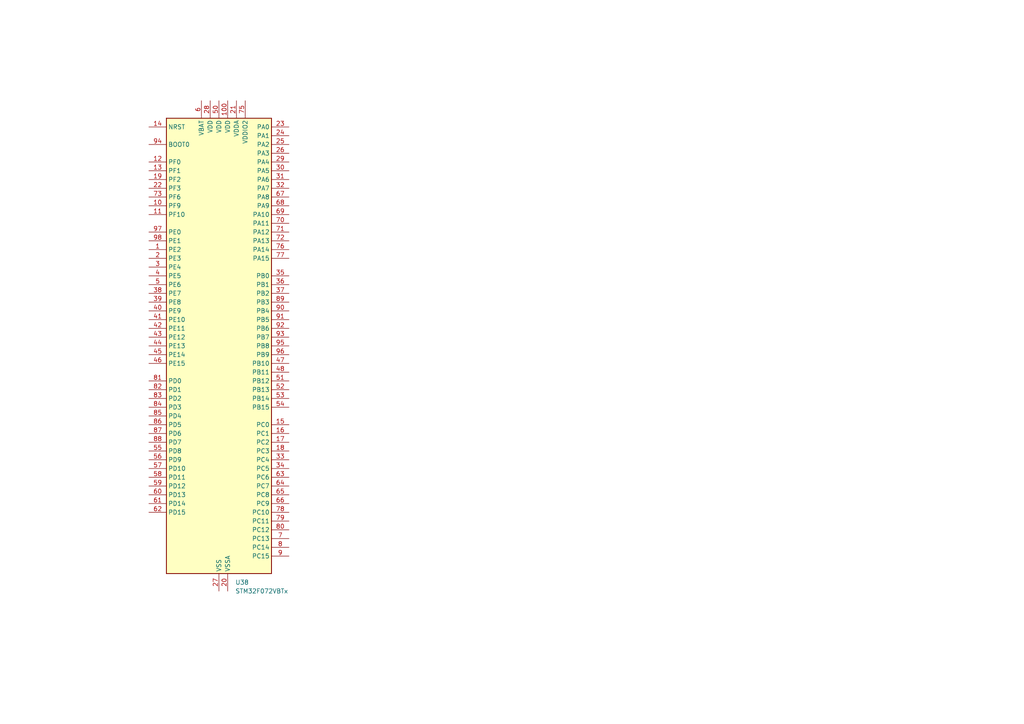
<source format=kicad_sch>
(kicad_sch (version 20230121) (generator eeschema)

  (uuid dc8ab762-97ee-4804-8a94-27369a18c7c5)

  (paper "A4")

  (title_block
    (date "2024-01-18")
    (rev "1")
    (company "Electronic Systems Laboratory")
  )

  (lib_symbols
    (symbol "MCU_ST_STM32F0:STM32F072VBTx" (in_bom yes) (on_board yes)
      (property "Reference" "U" (at -15.24 67.31 0)
        (effects (font (size 1.27 1.27)) (justify left))
      )
      (property "Value" "STM32F072VBTx" (at 10.16 67.31 0)
        (effects (font (size 1.27 1.27)) (justify left))
      )
      (property "Footprint" "Package_QFP:LQFP-100_14x14mm_P0.5mm" (at -15.24 -66.04 0)
        (effects (font (size 1.27 1.27)) (justify right) hide)
      )
      (property "Datasheet" "https://www.st.com/resource/en/datasheet/stm32f072vb.pdf" (at 0 0 0)
        (effects (font (size 1.27 1.27)) hide)
      )
      (property "ki_locked" "" (at 0 0 0)
        (effects (font (size 1.27 1.27)))
      )
      (property "ki_keywords" "Arm Cortex-M0 STM32F0 STM32F0x2" (at 0 0 0)
        (effects (font (size 1.27 1.27)) hide)
      )
      (property "ki_description" "STMicroelectronics Arm Cortex-M0 MCU, 128KB flash, 16KB RAM, 48 MHz, 2.0-3.6V, 87 GPIO, LQFP100" (at 0 0 0)
        (effects (font (size 1.27 1.27)) hide)
      )
      (property "ki_fp_filters" "LQFP*14x14mm*P0.5mm*" (at 0 0 0)
        (effects (font (size 1.27 1.27)) hide)
      )
      (symbol "STM32F072VBTx_0_1"
        (rectangle (start -15.24 -66.04) (end 15.24 66.04)
          (stroke (width 0.254) (type default))
          (fill (type background))
        )
      )
      (symbol "STM32F072VBTx_1_1"
        (pin bidirectional line (at -20.32 27.94 0) (length 5.08)
          (name "PE2" (effects (font (size 1.27 1.27))))
          (number "1" (effects (font (size 1.27 1.27))))
          (alternate "TIM3_ETR" bidirectional line)
          (alternate "TSC_G7_IO1" bidirectional line)
        )
        (pin bidirectional line (at -20.32 40.64 0) (length 5.08)
          (name "PF9" (effects (font (size 1.27 1.27))))
          (number "10" (effects (font (size 1.27 1.27))))
          (alternate "DAC_EXTI9" bidirectional line)
          (alternate "TIM15_CH1" bidirectional line)
        )
        (pin power_in line (at 2.54 71.12 270) (length 5.08)
          (name "VDD" (effects (font (size 1.27 1.27))))
          (number "100" (effects (font (size 1.27 1.27))))
        )
        (pin bidirectional line (at -20.32 38.1 0) (length 5.08)
          (name "PF10" (effects (font (size 1.27 1.27))))
          (number "11" (effects (font (size 1.27 1.27))))
          (alternate "TIM15_CH2" bidirectional line)
        )
        (pin bidirectional line (at -20.32 53.34 0) (length 5.08)
          (name "PF0" (effects (font (size 1.27 1.27))))
          (number "12" (effects (font (size 1.27 1.27))))
          (alternate "CRS_SYNC" bidirectional line)
          (alternate "RCC_OSC_IN" bidirectional line)
        )
        (pin bidirectional line (at -20.32 50.8 0) (length 5.08)
          (name "PF1" (effects (font (size 1.27 1.27))))
          (number "13" (effects (font (size 1.27 1.27))))
          (alternate "RCC_OSC_OUT" bidirectional line)
        )
        (pin input line (at -20.32 63.5 0) (length 5.08)
          (name "NRST" (effects (font (size 1.27 1.27))))
          (number "14" (effects (font (size 1.27 1.27))))
        )
        (pin bidirectional line (at 20.32 -22.86 180) (length 5.08)
          (name "PC0" (effects (font (size 1.27 1.27))))
          (number "15" (effects (font (size 1.27 1.27))))
          (alternate "ADC_IN10" bidirectional line)
        )
        (pin bidirectional line (at 20.32 -25.4 180) (length 5.08)
          (name "PC1" (effects (font (size 1.27 1.27))))
          (number "16" (effects (font (size 1.27 1.27))))
          (alternate "ADC_IN11" bidirectional line)
        )
        (pin bidirectional line (at 20.32 -27.94 180) (length 5.08)
          (name "PC2" (effects (font (size 1.27 1.27))))
          (number "17" (effects (font (size 1.27 1.27))))
          (alternate "ADC_IN12" bidirectional line)
          (alternate "I2S2_MCK" bidirectional line)
          (alternate "SPI2_MISO" bidirectional line)
        )
        (pin bidirectional line (at 20.32 -30.48 180) (length 5.08)
          (name "PC3" (effects (font (size 1.27 1.27))))
          (number "18" (effects (font (size 1.27 1.27))))
          (alternate "ADC_IN13" bidirectional line)
          (alternate "I2S2_SD" bidirectional line)
          (alternate "SPI2_MOSI" bidirectional line)
        )
        (pin bidirectional line (at -20.32 48.26 0) (length 5.08)
          (name "PF2" (effects (font (size 1.27 1.27))))
          (number "19" (effects (font (size 1.27 1.27))))
          (alternate "SYS_WKUP8" bidirectional line)
        )
        (pin bidirectional line (at -20.32 25.4 0) (length 5.08)
          (name "PE3" (effects (font (size 1.27 1.27))))
          (number "2" (effects (font (size 1.27 1.27))))
          (alternate "TIM3_CH1" bidirectional line)
          (alternate "TSC_G7_IO2" bidirectional line)
        )
        (pin power_in line (at 2.54 -71.12 90) (length 5.08)
          (name "VSSA" (effects (font (size 1.27 1.27))))
          (number "20" (effects (font (size 1.27 1.27))))
        )
        (pin power_in line (at 5.08 71.12 270) (length 5.08)
          (name "VDDA" (effects (font (size 1.27 1.27))))
          (number "21" (effects (font (size 1.27 1.27))))
        )
        (pin bidirectional line (at -20.32 45.72 0) (length 5.08)
          (name "PF3" (effects (font (size 1.27 1.27))))
          (number "22" (effects (font (size 1.27 1.27))))
        )
        (pin bidirectional line (at 20.32 63.5 180) (length 5.08)
          (name "PA0" (effects (font (size 1.27 1.27))))
          (number "23" (effects (font (size 1.27 1.27))))
          (alternate "ADC_IN0" bidirectional line)
          (alternate "COMP1_INM" bidirectional line)
          (alternate "COMP1_OUT" bidirectional line)
          (alternate "RTC_TAMP2" bidirectional line)
          (alternate "SYS_WKUP1" bidirectional line)
          (alternate "TIM2_CH1" bidirectional line)
          (alternate "TIM2_ETR" bidirectional line)
          (alternate "TSC_G1_IO1" bidirectional line)
          (alternate "USART2_CTS" bidirectional line)
          (alternate "USART4_TX" bidirectional line)
        )
        (pin bidirectional line (at 20.32 60.96 180) (length 5.08)
          (name "PA1" (effects (font (size 1.27 1.27))))
          (number "24" (effects (font (size 1.27 1.27))))
          (alternate "ADC_IN1" bidirectional line)
          (alternate "COMP1_INP" bidirectional line)
          (alternate "TIM15_CH1N" bidirectional line)
          (alternate "TIM2_CH2" bidirectional line)
          (alternate "TSC_G1_IO2" bidirectional line)
          (alternate "USART2_DE" bidirectional line)
          (alternate "USART2_RTS" bidirectional line)
          (alternate "USART4_RX" bidirectional line)
        )
        (pin bidirectional line (at 20.32 58.42 180) (length 5.08)
          (name "PA2" (effects (font (size 1.27 1.27))))
          (number "25" (effects (font (size 1.27 1.27))))
          (alternate "ADC_IN2" bidirectional line)
          (alternate "COMP2_INM" bidirectional line)
          (alternate "COMP2_OUT" bidirectional line)
          (alternate "SYS_WKUP4" bidirectional line)
          (alternate "TIM15_CH1" bidirectional line)
          (alternate "TIM2_CH3" bidirectional line)
          (alternate "TSC_G1_IO3" bidirectional line)
          (alternate "USART2_TX" bidirectional line)
        )
        (pin bidirectional line (at 20.32 55.88 180) (length 5.08)
          (name "PA3" (effects (font (size 1.27 1.27))))
          (number "26" (effects (font (size 1.27 1.27))))
          (alternate "ADC_IN3" bidirectional line)
          (alternate "COMP2_INP" bidirectional line)
          (alternate "TIM15_CH2" bidirectional line)
          (alternate "TIM2_CH4" bidirectional line)
          (alternate "TSC_G1_IO4" bidirectional line)
          (alternate "USART2_RX" bidirectional line)
        )
        (pin power_in line (at 0 -71.12 90) (length 5.08)
          (name "VSS" (effects (font (size 1.27 1.27))))
          (number "27" (effects (font (size 1.27 1.27))))
        )
        (pin power_in line (at -2.54 71.12 270) (length 5.08)
          (name "VDD" (effects (font (size 1.27 1.27))))
          (number "28" (effects (font (size 1.27 1.27))))
        )
        (pin bidirectional line (at 20.32 53.34 180) (length 5.08)
          (name "PA4" (effects (font (size 1.27 1.27))))
          (number "29" (effects (font (size 1.27 1.27))))
          (alternate "ADC_IN4" bidirectional line)
          (alternate "COMP1_INM" bidirectional line)
          (alternate "COMP2_INM" bidirectional line)
          (alternate "DAC_OUT1" bidirectional line)
          (alternate "I2S1_WS" bidirectional line)
          (alternate "SPI1_NSS" bidirectional line)
          (alternate "TIM14_CH1" bidirectional line)
          (alternate "TSC_G2_IO1" bidirectional line)
          (alternate "USART2_CK" bidirectional line)
        )
        (pin bidirectional line (at -20.32 22.86 0) (length 5.08)
          (name "PE4" (effects (font (size 1.27 1.27))))
          (number "3" (effects (font (size 1.27 1.27))))
          (alternate "TIM3_CH2" bidirectional line)
          (alternate "TSC_G7_IO3" bidirectional line)
        )
        (pin bidirectional line (at 20.32 50.8 180) (length 5.08)
          (name "PA5" (effects (font (size 1.27 1.27))))
          (number "30" (effects (font (size 1.27 1.27))))
          (alternate "ADC_IN5" bidirectional line)
          (alternate "CEC" bidirectional line)
          (alternate "COMP1_INM" bidirectional line)
          (alternate "COMP2_INM" bidirectional line)
          (alternate "DAC_OUT2" bidirectional line)
          (alternate "I2S1_CK" bidirectional line)
          (alternate "SPI1_SCK" bidirectional line)
          (alternate "TIM2_CH1" bidirectional line)
          (alternate "TIM2_ETR" bidirectional line)
          (alternate "TSC_G2_IO2" bidirectional line)
        )
        (pin bidirectional line (at 20.32 48.26 180) (length 5.08)
          (name "PA6" (effects (font (size 1.27 1.27))))
          (number "31" (effects (font (size 1.27 1.27))))
          (alternate "ADC_IN6" bidirectional line)
          (alternate "COMP1_OUT" bidirectional line)
          (alternate "I2S1_MCK" bidirectional line)
          (alternate "SPI1_MISO" bidirectional line)
          (alternate "TIM16_CH1" bidirectional line)
          (alternate "TIM1_BKIN" bidirectional line)
          (alternate "TIM3_CH1" bidirectional line)
          (alternate "TSC_G2_IO3" bidirectional line)
          (alternate "USART3_CTS" bidirectional line)
        )
        (pin bidirectional line (at 20.32 45.72 180) (length 5.08)
          (name "PA7" (effects (font (size 1.27 1.27))))
          (number "32" (effects (font (size 1.27 1.27))))
          (alternate "ADC_IN7" bidirectional line)
          (alternate "COMP2_OUT" bidirectional line)
          (alternate "I2S1_SD" bidirectional line)
          (alternate "SPI1_MOSI" bidirectional line)
          (alternate "TIM14_CH1" bidirectional line)
          (alternate "TIM17_CH1" bidirectional line)
          (alternate "TIM1_CH1N" bidirectional line)
          (alternate "TIM3_CH2" bidirectional line)
          (alternate "TSC_G2_IO4" bidirectional line)
        )
        (pin bidirectional line (at 20.32 -33.02 180) (length 5.08)
          (name "PC4" (effects (font (size 1.27 1.27))))
          (number "33" (effects (font (size 1.27 1.27))))
          (alternate "ADC_IN14" bidirectional line)
          (alternate "USART3_TX" bidirectional line)
        )
        (pin bidirectional line (at 20.32 -35.56 180) (length 5.08)
          (name "PC5" (effects (font (size 1.27 1.27))))
          (number "34" (effects (font (size 1.27 1.27))))
          (alternate "ADC_IN15" bidirectional line)
          (alternate "SYS_WKUP5" bidirectional line)
          (alternate "TSC_G3_IO1" bidirectional line)
          (alternate "USART3_RX" bidirectional line)
        )
        (pin bidirectional line (at 20.32 20.32 180) (length 5.08)
          (name "PB0" (effects (font (size 1.27 1.27))))
          (number "35" (effects (font (size 1.27 1.27))))
          (alternate "ADC_IN8" bidirectional line)
          (alternate "TIM1_CH2N" bidirectional line)
          (alternate "TIM3_CH3" bidirectional line)
          (alternate "TSC_G3_IO2" bidirectional line)
          (alternate "USART3_CK" bidirectional line)
        )
        (pin bidirectional line (at 20.32 17.78 180) (length 5.08)
          (name "PB1" (effects (font (size 1.27 1.27))))
          (number "36" (effects (font (size 1.27 1.27))))
          (alternate "ADC_IN9" bidirectional line)
          (alternate "TIM14_CH1" bidirectional line)
          (alternate "TIM1_CH3N" bidirectional line)
          (alternate "TIM3_CH4" bidirectional line)
          (alternate "TSC_G3_IO3" bidirectional line)
          (alternate "USART3_DE" bidirectional line)
          (alternate "USART3_RTS" bidirectional line)
        )
        (pin bidirectional line (at 20.32 15.24 180) (length 5.08)
          (name "PB2" (effects (font (size 1.27 1.27))))
          (number "37" (effects (font (size 1.27 1.27))))
          (alternate "TSC_G3_IO4" bidirectional line)
        )
        (pin bidirectional line (at -20.32 15.24 0) (length 5.08)
          (name "PE7" (effects (font (size 1.27 1.27))))
          (number "38" (effects (font (size 1.27 1.27))))
          (alternate "TIM1_ETR" bidirectional line)
        )
        (pin bidirectional line (at -20.32 12.7 0) (length 5.08)
          (name "PE8" (effects (font (size 1.27 1.27))))
          (number "39" (effects (font (size 1.27 1.27))))
          (alternate "TIM1_CH1N" bidirectional line)
        )
        (pin bidirectional line (at -20.32 20.32 0) (length 5.08)
          (name "PE5" (effects (font (size 1.27 1.27))))
          (number "4" (effects (font (size 1.27 1.27))))
          (alternate "TIM3_CH3" bidirectional line)
          (alternate "TSC_G7_IO4" bidirectional line)
        )
        (pin bidirectional line (at -20.32 10.16 0) (length 5.08)
          (name "PE9" (effects (font (size 1.27 1.27))))
          (number "40" (effects (font (size 1.27 1.27))))
          (alternate "DAC_EXTI9" bidirectional line)
          (alternate "TIM1_CH1" bidirectional line)
        )
        (pin bidirectional line (at -20.32 7.62 0) (length 5.08)
          (name "PE10" (effects (font (size 1.27 1.27))))
          (number "41" (effects (font (size 1.27 1.27))))
          (alternate "TIM1_CH2N" bidirectional line)
        )
        (pin bidirectional line (at -20.32 5.08 0) (length 5.08)
          (name "PE11" (effects (font (size 1.27 1.27))))
          (number "42" (effects (font (size 1.27 1.27))))
          (alternate "TIM1_CH2" bidirectional line)
        )
        (pin bidirectional line (at -20.32 2.54 0) (length 5.08)
          (name "PE12" (effects (font (size 1.27 1.27))))
          (number "43" (effects (font (size 1.27 1.27))))
          (alternate "I2S1_WS" bidirectional line)
          (alternate "SPI1_NSS" bidirectional line)
          (alternate "TIM1_CH3N" bidirectional line)
        )
        (pin bidirectional line (at -20.32 0 0) (length 5.08)
          (name "PE13" (effects (font (size 1.27 1.27))))
          (number "44" (effects (font (size 1.27 1.27))))
          (alternate "I2S1_CK" bidirectional line)
          (alternate "SPI1_SCK" bidirectional line)
          (alternate "TIM1_CH3" bidirectional line)
        )
        (pin bidirectional line (at -20.32 -2.54 0) (length 5.08)
          (name "PE14" (effects (font (size 1.27 1.27))))
          (number "45" (effects (font (size 1.27 1.27))))
          (alternate "I2S1_MCK" bidirectional line)
          (alternate "SPI1_MISO" bidirectional line)
          (alternate "TIM1_CH4" bidirectional line)
        )
        (pin bidirectional line (at -20.32 -5.08 0) (length 5.08)
          (name "PE15" (effects (font (size 1.27 1.27))))
          (number "46" (effects (font (size 1.27 1.27))))
          (alternate "I2S1_SD" bidirectional line)
          (alternate "SPI1_MOSI" bidirectional line)
          (alternate "TIM1_BKIN" bidirectional line)
        )
        (pin bidirectional line (at 20.32 -5.08 180) (length 5.08)
          (name "PB10" (effects (font (size 1.27 1.27))))
          (number "47" (effects (font (size 1.27 1.27))))
          (alternate "CEC" bidirectional line)
          (alternate "I2C2_SCL" bidirectional line)
          (alternate "I2S2_CK" bidirectional line)
          (alternate "SPI2_SCK" bidirectional line)
          (alternate "TIM2_CH3" bidirectional line)
          (alternate "TSC_SYNC" bidirectional line)
          (alternate "USART3_TX" bidirectional line)
        )
        (pin bidirectional line (at 20.32 -7.62 180) (length 5.08)
          (name "PB11" (effects (font (size 1.27 1.27))))
          (number "48" (effects (font (size 1.27 1.27))))
          (alternate "I2C2_SDA" bidirectional line)
          (alternate "TIM2_CH4" bidirectional line)
          (alternate "TSC_G6_IO1" bidirectional line)
          (alternate "USART3_RX" bidirectional line)
        )
        (pin passive line (at 0 -71.12 90) (length 5.08) hide
          (name "VSS" (effects (font (size 1.27 1.27))))
          (number "49" (effects (font (size 1.27 1.27))))
        )
        (pin bidirectional line (at -20.32 17.78 0) (length 5.08)
          (name "PE6" (effects (font (size 1.27 1.27))))
          (number "5" (effects (font (size 1.27 1.27))))
          (alternate "RTC_TAMP3" bidirectional line)
          (alternate "SYS_WKUP3" bidirectional line)
          (alternate "TIM3_CH4" bidirectional line)
        )
        (pin power_in line (at 0 71.12 270) (length 5.08)
          (name "VDD" (effects (font (size 1.27 1.27))))
          (number "50" (effects (font (size 1.27 1.27))))
        )
        (pin bidirectional line (at 20.32 -10.16 180) (length 5.08)
          (name "PB12" (effects (font (size 1.27 1.27))))
          (number "51" (effects (font (size 1.27 1.27))))
          (alternate "I2S2_WS" bidirectional line)
          (alternate "SPI2_NSS" bidirectional line)
          (alternate "TIM15_BKIN" bidirectional line)
          (alternate "TIM1_BKIN" bidirectional line)
          (alternate "TSC_G6_IO2" bidirectional line)
          (alternate "USART3_CK" bidirectional line)
        )
        (pin bidirectional line (at 20.32 -12.7 180) (length 5.08)
          (name "PB13" (effects (font (size 1.27 1.27))))
          (number "52" (effects (font (size 1.27 1.27))))
          (alternate "I2C2_SCL" bidirectional line)
          (alternate "I2S2_CK" bidirectional line)
          (alternate "SPI2_SCK" bidirectional line)
          (alternate "TIM1_CH1N" bidirectional line)
          (alternate "TSC_G6_IO3" bidirectional line)
          (alternate "USART3_CTS" bidirectional line)
        )
        (pin bidirectional line (at 20.32 -15.24 180) (length 5.08)
          (name "PB14" (effects (font (size 1.27 1.27))))
          (number "53" (effects (font (size 1.27 1.27))))
          (alternate "I2C2_SDA" bidirectional line)
          (alternate "I2S2_MCK" bidirectional line)
          (alternate "SPI2_MISO" bidirectional line)
          (alternate "TIM15_CH1" bidirectional line)
          (alternate "TIM1_CH2N" bidirectional line)
          (alternate "TSC_G6_IO4" bidirectional line)
          (alternate "USART3_DE" bidirectional line)
          (alternate "USART3_RTS" bidirectional line)
        )
        (pin bidirectional line (at 20.32 -17.78 180) (length 5.08)
          (name "PB15" (effects (font (size 1.27 1.27))))
          (number "54" (effects (font (size 1.27 1.27))))
          (alternate "I2S2_SD" bidirectional line)
          (alternate "RTC_REFIN" bidirectional line)
          (alternate "SPI2_MOSI" bidirectional line)
          (alternate "SYS_WKUP7" bidirectional line)
          (alternate "TIM15_CH1N" bidirectional line)
          (alternate "TIM15_CH2" bidirectional line)
          (alternate "TIM1_CH3N" bidirectional line)
        )
        (pin bidirectional line (at -20.32 -30.48 0) (length 5.08)
          (name "PD8" (effects (font (size 1.27 1.27))))
          (number "55" (effects (font (size 1.27 1.27))))
          (alternate "USART3_TX" bidirectional line)
        )
        (pin bidirectional line (at -20.32 -33.02 0) (length 5.08)
          (name "PD9" (effects (font (size 1.27 1.27))))
          (number "56" (effects (font (size 1.27 1.27))))
          (alternate "DAC_EXTI9" bidirectional line)
          (alternate "USART3_RX" bidirectional line)
        )
        (pin bidirectional line (at -20.32 -35.56 0) (length 5.08)
          (name "PD10" (effects (font (size 1.27 1.27))))
          (number "57" (effects (font (size 1.27 1.27))))
          (alternate "USART3_CK" bidirectional line)
        )
        (pin bidirectional line (at -20.32 -38.1 0) (length 5.08)
          (name "PD11" (effects (font (size 1.27 1.27))))
          (number "58" (effects (font (size 1.27 1.27))))
          (alternate "USART3_CTS" bidirectional line)
        )
        (pin bidirectional line (at -20.32 -40.64 0) (length 5.08)
          (name "PD12" (effects (font (size 1.27 1.27))))
          (number "59" (effects (font (size 1.27 1.27))))
          (alternate "TSC_G8_IO1" bidirectional line)
          (alternate "USART3_DE" bidirectional line)
          (alternate "USART3_RTS" bidirectional line)
        )
        (pin power_in line (at -5.08 71.12 270) (length 5.08)
          (name "VBAT" (effects (font (size 1.27 1.27))))
          (number "6" (effects (font (size 1.27 1.27))))
        )
        (pin bidirectional line (at -20.32 -43.18 0) (length 5.08)
          (name "PD13" (effects (font (size 1.27 1.27))))
          (number "60" (effects (font (size 1.27 1.27))))
          (alternate "TSC_G8_IO2" bidirectional line)
        )
        (pin bidirectional line (at -20.32 -45.72 0) (length 5.08)
          (name "PD14" (effects (font (size 1.27 1.27))))
          (number "61" (effects (font (size 1.27 1.27))))
          (alternate "TSC_G8_IO3" bidirectional line)
        )
        (pin bidirectional line (at -20.32 -48.26 0) (length 5.08)
          (name "PD15" (effects (font (size 1.27 1.27))))
          (number "62" (effects (font (size 1.27 1.27))))
          (alternate "CRS_SYNC" bidirectional line)
          (alternate "TSC_G8_IO4" bidirectional line)
        )
        (pin bidirectional line (at 20.32 -38.1 180) (length 5.08)
          (name "PC6" (effects (font (size 1.27 1.27))))
          (number "63" (effects (font (size 1.27 1.27))))
          (alternate "TIM3_CH1" bidirectional line)
        )
        (pin bidirectional line (at 20.32 -40.64 180) (length 5.08)
          (name "PC7" (effects (font (size 1.27 1.27))))
          (number "64" (effects (font (size 1.27 1.27))))
          (alternate "TIM3_CH2" bidirectional line)
        )
        (pin bidirectional line (at 20.32 -43.18 180) (length 5.08)
          (name "PC8" (effects (font (size 1.27 1.27))))
          (number "65" (effects (font (size 1.27 1.27))))
          (alternate "TIM3_CH3" bidirectional line)
        )
        (pin bidirectional line (at 20.32 -45.72 180) (length 5.08)
          (name "PC9" (effects (font (size 1.27 1.27))))
          (number "66" (effects (font (size 1.27 1.27))))
          (alternate "DAC_EXTI9" bidirectional line)
          (alternate "TIM3_CH4" bidirectional line)
        )
        (pin bidirectional line (at 20.32 43.18 180) (length 5.08)
          (name "PA8" (effects (font (size 1.27 1.27))))
          (number "67" (effects (font (size 1.27 1.27))))
          (alternate "CRS_SYNC" bidirectional line)
          (alternate "RCC_MCO" bidirectional line)
          (alternate "TIM1_CH1" bidirectional line)
          (alternate "USART1_CK" bidirectional line)
        )
        (pin bidirectional line (at 20.32 40.64 180) (length 5.08)
          (name "PA9" (effects (font (size 1.27 1.27))))
          (number "68" (effects (font (size 1.27 1.27))))
          (alternate "DAC_EXTI9" bidirectional line)
          (alternate "TIM15_BKIN" bidirectional line)
          (alternate "TIM1_CH2" bidirectional line)
          (alternate "TSC_G4_IO1" bidirectional line)
          (alternate "USART1_TX" bidirectional line)
        )
        (pin bidirectional line (at 20.32 38.1 180) (length 5.08)
          (name "PA10" (effects (font (size 1.27 1.27))))
          (number "69" (effects (font (size 1.27 1.27))))
          (alternate "TIM17_BKIN" bidirectional line)
          (alternate "TIM1_CH3" bidirectional line)
          (alternate "TSC_G4_IO2" bidirectional line)
          (alternate "USART1_RX" bidirectional line)
        )
        (pin bidirectional line (at 20.32 -55.88 180) (length 5.08)
          (name "PC13" (effects (font (size 1.27 1.27))))
          (number "7" (effects (font (size 1.27 1.27))))
          (alternate "RTC_OUT_ALARM" bidirectional line)
          (alternate "RTC_OUT_CALIB" bidirectional line)
          (alternate "RTC_TAMP1" bidirectional line)
          (alternate "RTC_TS" bidirectional line)
          (alternate "SYS_WKUP2" bidirectional line)
        )
        (pin bidirectional line (at 20.32 35.56 180) (length 5.08)
          (name "PA11" (effects (font (size 1.27 1.27))))
          (number "70" (effects (font (size 1.27 1.27))))
          (alternate "CAN_RX" bidirectional line)
          (alternate "COMP1_OUT" bidirectional line)
          (alternate "TIM1_CH4" bidirectional line)
          (alternate "TSC_G4_IO3" bidirectional line)
          (alternate "USART1_CTS" bidirectional line)
          (alternate "USB_DM" bidirectional line)
        )
        (pin bidirectional line (at 20.32 33.02 180) (length 5.08)
          (name "PA12" (effects (font (size 1.27 1.27))))
          (number "71" (effects (font (size 1.27 1.27))))
          (alternate "CAN_TX" bidirectional line)
          (alternate "COMP2_OUT" bidirectional line)
          (alternate "TIM1_ETR" bidirectional line)
          (alternate "TSC_G4_IO4" bidirectional line)
          (alternate "USART1_DE" bidirectional line)
          (alternate "USART1_RTS" bidirectional line)
          (alternate "USB_DP" bidirectional line)
        )
        (pin bidirectional line (at 20.32 30.48 180) (length 5.08)
          (name "PA13" (effects (font (size 1.27 1.27))))
          (number "72" (effects (font (size 1.27 1.27))))
          (alternate "IR_OUT" bidirectional line)
          (alternate "SYS_SWDIO" bidirectional line)
          (alternate "USB_NOE" bidirectional line)
        )
        (pin bidirectional line (at -20.32 43.18 0) (length 5.08)
          (name "PF6" (effects (font (size 1.27 1.27))))
          (number "73" (effects (font (size 1.27 1.27))))
        )
        (pin passive line (at 0 -71.12 90) (length 5.08) hide
          (name "VSS" (effects (font (size 1.27 1.27))))
          (number "74" (effects (font (size 1.27 1.27))))
        )
        (pin power_in line (at 7.62 71.12 270) (length 5.08)
          (name "VDDIO2" (effects (font (size 1.27 1.27))))
          (number "75" (effects (font (size 1.27 1.27))))
        )
        (pin bidirectional line (at 20.32 27.94 180) (length 5.08)
          (name "PA14" (effects (font (size 1.27 1.27))))
          (number "76" (effects (font (size 1.27 1.27))))
          (alternate "SYS_SWCLK" bidirectional line)
          (alternate "USART2_TX" bidirectional line)
        )
        (pin bidirectional line (at 20.32 25.4 180) (length 5.08)
          (name "PA15" (effects (font (size 1.27 1.27))))
          (number "77" (effects (font (size 1.27 1.27))))
          (alternate "I2S1_WS" bidirectional line)
          (alternate "SPI1_NSS" bidirectional line)
          (alternate "TIM2_CH1" bidirectional line)
          (alternate "TIM2_ETR" bidirectional line)
          (alternate "USART2_RX" bidirectional line)
          (alternate "USART4_DE" bidirectional line)
          (alternate "USART4_RTS" bidirectional line)
        )
        (pin bidirectional line (at 20.32 -48.26 180) (length 5.08)
          (name "PC10" (effects (font (size 1.27 1.27))))
          (number "78" (effects (font (size 1.27 1.27))))
          (alternate "USART3_TX" bidirectional line)
          (alternate "USART4_TX" bidirectional line)
        )
        (pin bidirectional line (at 20.32 -50.8 180) (length 5.08)
          (name "PC11" (effects (font (size 1.27 1.27))))
          (number "79" (effects (font (size 1.27 1.27))))
          (alternate "USART3_RX" bidirectional line)
          (alternate "USART4_RX" bidirectional line)
        )
        (pin bidirectional line (at 20.32 -58.42 180) (length 5.08)
          (name "PC14" (effects (font (size 1.27 1.27))))
          (number "8" (effects (font (size 1.27 1.27))))
          (alternate "RCC_OSC32_IN" bidirectional line)
        )
        (pin bidirectional line (at 20.32 -53.34 180) (length 5.08)
          (name "PC12" (effects (font (size 1.27 1.27))))
          (number "80" (effects (font (size 1.27 1.27))))
          (alternate "USART3_CK" bidirectional line)
          (alternate "USART4_CK" bidirectional line)
        )
        (pin bidirectional line (at -20.32 -10.16 0) (length 5.08)
          (name "PD0" (effects (font (size 1.27 1.27))))
          (number "81" (effects (font (size 1.27 1.27))))
          (alternate "CAN_RX" bidirectional line)
          (alternate "I2S2_WS" bidirectional line)
          (alternate "SPI2_NSS" bidirectional line)
        )
        (pin bidirectional line (at -20.32 -12.7 0) (length 5.08)
          (name "PD1" (effects (font (size 1.27 1.27))))
          (number "82" (effects (font (size 1.27 1.27))))
          (alternate "CAN_TX" bidirectional line)
          (alternate "I2S2_CK" bidirectional line)
          (alternate "SPI2_SCK" bidirectional line)
        )
        (pin bidirectional line (at -20.32 -15.24 0) (length 5.08)
          (name "PD2" (effects (font (size 1.27 1.27))))
          (number "83" (effects (font (size 1.27 1.27))))
          (alternate "TIM3_ETR" bidirectional line)
          (alternate "USART3_DE" bidirectional line)
          (alternate "USART3_RTS" bidirectional line)
        )
        (pin bidirectional line (at -20.32 -17.78 0) (length 5.08)
          (name "PD3" (effects (font (size 1.27 1.27))))
          (number "84" (effects (font (size 1.27 1.27))))
          (alternate "I2S2_MCK" bidirectional line)
          (alternate "SPI2_MISO" bidirectional line)
          (alternate "USART2_CTS" bidirectional line)
        )
        (pin bidirectional line (at -20.32 -20.32 0) (length 5.08)
          (name "PD4" (effects (font (size 1.27 1.27))))
          (number "85" (effects (font (size 1.27 1.27))))
          (alternate "I2S2_SD" bidirectional line)
          (alternate "SPI2_MOSI" bidirectional line)
          (alternate "USART2_DE" bidirectional line)
          (alternate "USART2_RTS" bidirectional line)
        )
        (pin bidirectional line (at -20.32 -22.86 0) (length 5.08)
          (name "PD5" (effects (font (size 1.27 1.27))))
          (number "86" (effects (font (size 1.27 1.27))))
          (alternate "USART2_TX" bidirectional line)
        )
        (pin bidirectional line (at -20.32 -25.4 0) (length 5.08)
          (name "PD6" (effects (font (size 1.27 1.27))))
          (number "87" (effects (font (size 1.27 1.27))))
          (alternate "USART2_RX" bidirectional line)
        )
        (pin bidirectional line (at -20.32 -27.94 0) (length 5.08)
          (name "PD7" (effects (font (size 1.27 1.27))))
          (number "88" (effects (font (size 1.27 1.27))))
          (alternate "USART2_CK" bidirectional line)
        )
        (pin bidirectional line (at 20.32 12.7 180) (length 5.08)
          (name "PB3" (effects (font (size 1.27 1.27))))
          (number "89" (effects (font (size 1.27 1.27))))
          (alternate "I2S1_CK" bidirectional line)
          (alternate "SPI1_SCK" bidirectional line)
          (alternate "TIM2_CH2" bidirectional line)
          (alternate "TSC_G5_IO1" bidirectional line)
        )
        (pin bidirectional line (at 20.32 -60.96 180) (length 5.08)
          (name "PC15" (effects (font (size 1.27 1.27))))
          (number "9" (effects (font (size 1.27 1.27))))
          (alternate "RCC_OSC32_OUT" bidirectional line)
        )
        (pin bidirectional line (at 20.32 10.16 180) (length 5.08)
          (name "PB4" (effects (font (size 1.27 1.27))))
          (number "90" (effects (font (size 1.27 1.27))))
          (alternate "I2S1_MCK" bidirectional line)
          (alternate "SPI1_MISO" bidirectional line)
          (alternate "TIM17_BKIN" bidirectional line)
          (alternate "TIM3_CH1" bidirectional line)
          (alternate "TSC_G5_IO2" bidirectional line)
        )
        (pin bidirectional line (at 20.32 7.62 180) (length 5.08)
          (name "PB5" (effects (font (size 1.27 1.27))))
          (number "91" (effects (font (size 1.27 1.27))))
          (alternate "I2C1_SMBA" bidirectional line)
          (alternate "I2S1_SD" bidirectional line)
          (alternate "SPI1_MOSI" bidirectional line)
          (alternate "SYS_WKUP6" bidirectional line)
          (alternate "TIM16_BKIN" bidirectional line)
          (alternate "TIM3_CH2" bidirectional line)
        )
        (pin bidirectional line (at 20.32 5.08 180) (length 5.08)
          (name "PB6" (effects (font (size 1.27 1.27))))
          (number "92" (effects (font (size 1.27 1.27))))
          (alternate "I2C1_SCL" bidirectional line)
          (alternate "TIM16_CH1N" bidirectional line)
          (alternate "TSC_G5_IO3" bidirectional line)
          (alternate "USART1_TX" bidirectional line)
        )
        (pin bidirectional line (at 20.32 2.54 180) (length 5.08)
          (name "PB7" (effects (font (size 1.27 1.27))))
          (number "93" (effects (font (size 1.27 1.27))))
          (alternate "I2C1_SDA" bidirectional line)
          (alternate "TIM17_CH1N" bidirectional line)
          (alternate "TSC_G5_IO4" bidirectional line)
          (alternate "USART1_RX" bidirectional line)
          (alternate "USART4_CTS" bidirectional line)
        )
        (pin input line (at -20.32 58.42 0) (length 5.08)
          (name "BOOT0" (effects (font (size 1.27 1.27))))
          (number "94" (effects (font (size 1.27 1.27))))
        )
        (pin bidirectional line (at 20.32 0 180) (length 5.08)
          (name "PB8" (effects (font (size 1.27 1.27))))
          (number "95" (effects (font (size 1.27 1.27))))
          (alternate "CAN_RX" bidirectional line)
          (alternate "CEC" bidirectional line)
          (alternate "I2C1_SCL" bidirectional line)
          (alternate "TIM16_CH1" bidirectional line)
          (alternate "TSC_SYNC" bidirectional line)
        )
        (pin bidirectional line (at 20.32 -2.54 180) (length 5.08)
          (name "PB9" (effects (font (size 1.27 1.27))))
          (number "96" (effects (font (size 1.27 1.27))))
          (alternate "CAN_TX" bidirectional line)
          (alternate "DAC_EXTI9" bidirectional line)
          (alternate "I2C1_SDA" bidirectional line)
          (alternate "I2S2_WS" bidirectional line)
          (alternate "IR_OUT" bidirectional line)
          (alternate "SPI2_NSS" bidirectional line)
          (alternate "TIM17_CH1" bidirectional line)
        )
        (pin bidirectional line (at -20.32 33.02 0) (length 5.08)
          (name "PE0" (effects (font (size 1.27 1.27))))
          (number "97" (effects (font (size 1.27 1.27))))
          (alternate "TIM16_CH1" bidirectional line)
        )
        (pin bidirectional line (at -20.32 30.48 0) (length 5.08)
          (name "PE1" (effects (font (size 1.27 1.27))))
          (number "98" (effects (font (size 1.27 1.27))))
          (alternate "TIM17_CH1" bidirectional line)
        )
        (pin passive line (at 0 -71.12 90) (length 5.08) hide
          (name "VSS" (effects (font (size 1.27 1.27))))
          (number "99" (effects (font (size 1.27 1.27))))
        )
      )
    )
  )


  (symbol (lib_id "MCU_ST_STM32F0:STM32F072VBTx") (at 63.5 100.33 0) (unit 1)
    (in_bom yes) (on_board yes) (dnp no) (fields_autoplaced)
    (uuid 5af9f9fc-fcc2-49fc-8426-39796ff0e9d2)
    (property "Reference" "U38" (at 68.2341 168.91 0)
      (effects (font (size 1.27 1.27)) (justify left))
    )
    (property "Value" "STM32F072VBTx" (at 68.2341 171.45 0)
      (effects (font (size 1.27 1.27)) (justify left))
    )
    (property "Footprint" "Package_QFP:LQFP-100_14x14mm_P0.5mm" (at 48.26 166.37 0)
      (effects (font (size 1.27 1.27)) (justify right) hide)
    )
    (property "Datasheet" "https://www.st.com/resource/en/datasheet/stm32f072vb.pdf" (at 63.5 100.33 0)
      (effects (font (size 1.27 1.27)) hide)
    )
    (pin "1" (uuid 2d31b028-b1d3-45b7-8aeb-4ef713825d92))
    (pin "10" (uuid 59be1672-97a9-4578-8002-4edebe5cb995))
    (pin "100" (uuid 845397bb-4eee-486b-a418-cef9d09d377c))
    (pin "11" (uuid 846b57e9-2092-4b26-889d-f4be02ffd68d))
    (pin "12" (uuid 6e313ddb-8d2b-48a3-ab93-fff7167de054))
    (pin "13" (uuid f9b883ca-bc3b-4bce-8786-70d21df7e927))
    (pin "14" (uuid 5a15347c-17e4-4134-9414-a4fc80da1700))
    (pin "15" (uuid 6439b666-1b0c-4274-ab5d-eb13d3fb23dc))
    (pin "16" (uuid 0ec954cb-16dc-4fc7-8cc6-b20448bcc739))
    (pin "17" (uuid eb626f3c-6d60-43e8-9d24-e163e3f12b55))
    (pin "18" (uuid be14a6ce-0f46-4011-9a2c-7b90186581bd))
    (pin "19" (uuid 41701038-71a6-4106-9237-8b28e31e5bbb))
    (pin "2" (uuid 6b0b5ae5-f775-470d-bd50-35e696d20948))
    (pin "20" (uuid b954322f-efcb-4392-b514-7a9e490a0e51))
    (pin "21" (uuid a74d3ae5-c863-4a7b-b2c3-0f05e02bba35))
    (pin "22" (uuid ceaae57e-fffb-42df-ba1c-7cc4f55300cb))
    (pin "23" (uuid d9e32d6b-d06d-4ee0-8bbc-40a30f28cc41))
    (pin "24" (uuid 1fae1f4c-67ef-44b9-9f99-cf8c03835421))
    (pin "25" (uuid 2cedf676-67dc-49ef-a1fb-52812852c4e9))
    (pin "26" (uuid 38b64ee8-37ba-4c9a-b843-f94119b6b9c0))
    (pin "27" (uuid b7ba5ae8-4b2a-460d-aec3-8dc0a6f1d1a8))
    (pin "28" (uuid a7cc77ed-5fe6-45cd-8758-ffa976576eb0))
    (pin "29" (uuid 9bcfdf25-4121-48eb-a044-749732d59e13))
    (pin "3" (uuid 087a4dd8-1abb-4528-a6ee-42b2c2b960de))
    (pin "30" (uuid fd8f8052-f6f9-4213-9807-145918e00ba1))
    (pin "31" (uuid 1e904bef-f196-4fd7-822e-63b1b0c327df))
    (pin "32" (uuid b979d8e7-e767-4c68-987c-b02fb2cf0118))
    (pin "33" (uuid 38a25514-2ed6-4b3f-9a21-b26dbe7cd09f))
    (pin "34" (uuid 18ae4270-6ebd-472e-a4ef-06489164a27f))
    (pin "35" (uuid cbb16505-ec12-438f-a2c2-d4a53334b4ef))
    (pin "36" (uuid f5b54c4f-ea16-4c12-a4fb-81401ca799bc))
    (pin "37" (uuid 890402eb-3dba-47eb-ae3e-ba36642f049b))
    (pin "38" (uuid acad7f8a-6e63-4e80-bdc9-584a388fc163))
    (pin "39" (uuid ab08a788-797b-4892-ab29-be7fa3c83adc))
    (pin "4" (uuid 7fec3c24-da30-42ac-ab57-cb516ecc16c7))
    (pin "40" (uuid cadb7cd0-a419-4967-bee0-108350c8f53c))
    (pin "41" (uuid c070a972-d17c-4e61-bbaf-102a95d5610b))
    (pin "42" (uuid f852f204-9e31-41d9-9220-1ad1700946ba))
    (pin "43" (uuid 1cb9395c-e69c-400d-b141-df6a0c09b0af))
    (pin "44" (uuid 6aaf231f-9fc0-4101-b38a-a5f746066132))
    (pin "45" (uuid effd48ed-bc8b-4526-9343-2838640739cc))
    (pin "46" (uuid 952d4249-cb56-48a7-a03d-f366562e7469))
    (pin "47" (uuid d2a2336b-5ea6-4076-8969-43b09908e98f))
    (pin "48" (uuid 9055e004-57a5-4b8a-8523-d3b2125072d6))
    (pin "49" (uuid 90f6b6cb-6a1e-4623-9472-40a4c2e39b3e))
    (pin "5" (uuid a3ca7af4-8d64-4ace-b929-978d8acd2282))
    (pin "50" (uuid 1f0e8145-b2a1-4317-bff3-c3bb2ae058ba))
    (pin "51" (uuid db318d73-0629-4739-8c94-d1f396aae358))
    (pin "52" (uuid a4c9180b-2329-46b5-ba10-0b2a68c1d35e))
    (pin "53" (uuid 8bae63b3-3aa6-4aa7-9401-766fa672b936))
    (pin "54" (uuid a0a57e42-5c8e-4ea6-9ae1-aec88fea778d))
    (pin "55" (uuid 700579b0-6b28-4953-8647-b21464dc20df))
    (pin "56" (uuid 9587322e-583d-4eba-9324-f99857be5bc4))
    (pin "57" (uuid 492f5374-33b3-4abe-bf10-1d00f8715270))
    (pin "58" (uuid 45bb055f-091f-400e-922e-801ddd563ee7))
    (pin "59" (uuid e9678fa5-bbce-46fe-8756-234215f895c3))
    (pin "6" (uuid ddbcfc94-cf84-4021-bcd0-ee75fcaf0b23))
    (pin "60" (uuid cbc6f245-7d0e-4d93-bd59-ac59bd61b623))
    (pin "61" (uuid 16c932e0-17a7-4f0d-a8f9-f468aa8623c1))
    (pin "62" (uuid 2b32196e-4c5a-4c20-8300-3cb41e8e5fd7))
    (pin "63" (uuid a2343b8c-00a2-471b-a2ba-1bb6f91b9120))
    (pin "64" (uuid ee051a0e-b229-4a7c-985d-b26a450da834))
    (pin "65" (uuid fa3f5f69-3484-4965-aac3-0425ab928047))
    (pin "66" (uuid 2a6cf242-c3a7-494a-8702-a030cc08366d))
    (pin "67" (uuid 27f3f0f8-2f1c-42d8-9742-3b3196e9b022))
    (pin "68" (uuid 81034e9d-cd06-43a4-a222-6226aec41a6e))
    (pin "69" (uuid a6b77292-5ee8-487e-9441-b73fa450667a))
    (pin "7" (uuid c98a190e-9a03-4258-af8d-cd75a7d9848a))
    (pin "70" (uuid 5982d4b9-d771-4c27-bfe9-4a1958aa0b7f))
    (pin "71" (uuid 12353f63-44c2-4418-8794-b49813480d69))
    (pin "72" (uuid 3c77f518-cd67-4720-9e06-29150830f59b))
    (pin "73" (uuid 19779718-e0fb-4e51-b694-e8b30c88bac4))
    (pin "74" (uuid 8edae022-ec61-4bd7-a805-55c2400a24a3))
    (pin "75" (uuid c1836bc1-6eeb-4c67-b7f3-443a4c28a810))
    (pin "76" (uuid 0a84d4a7-fb22-440c-94d3-9a7b4401f6e2))
    (pin "77" (uuid 423ea7a9-ba33-4f36-beba-67c974c337d2))
    (pin "78" (uuid 5e52f7e5-8b66-4713-aa7d-2be8acd3f631))
    (pin "79" (uuid 4ad31a40-9927-4e5c-9a46-dee480e97070))
    (pin "8" (uuid 8d94f3d9-0091-46e8-8033-dd96e8158e4a))
    (pin "80" (uuid 6c4e3220-8a9b-4e12-ba34-43653d8e4a9e))
    (pin "81" (uuid ffa3d37d-b47a-4f6b-81d6-0c74e9a6df48))
    (pin "82" (uuid f99c2615-9e9e-4fca-bc95-529f8f43ec83))
    (pin "83" (uuid 59c15af0-16a0-49aa-9b17-f7eabfd374c8))
    (pin "84" (uuid 85baa5db-6277-4446-bd91-a370453d9d8e))
    (pin "85" (uuid 5a6f3a0b-852a-458b-af81-fdfaa4df95f4))
    (pin "86" (uuid cbfe9522-f22e-48c6-96a9-0bb9db678c38))
    (pin "87" (uuid 227c4a13-966c-4307-a80f-0cb6273ac723))
    (pin "88" (uuid 928f4ceb-7a44-459d-a27b-bdbdcaaac800))
    (pin "89" (uuid 0c977b8e-7264-4fd9-a32a-87d32b738ef8))
    (pin "9" (uuid b60ff21c-2314-4d10-9fa2-1c7894159253))
    (pin "90" (uuid 6b500fcc-a501-425a-9b47-2006ce02a76b))
    (pin "91" (uuid 45e64fd5-1277-4798-9f95-15ee129736e6))
    (pin "92" (uuid af2945ae-680e-4e1e-8e8f-4615adc610b9))
    (pin "93" (uuid d661f516-7c5c-4242-9bfa-843fa499f508))
    (pin "94" (uuid 9fb8830a-925a-4a4a-9eb1-e5131a0f0531))
    (pin "95" (uuid 2312bf3e-c61f-432f-97c5-8aef1f2ba052))
    (pin "96" (uuid 039834eb-b0eb-4501-9865-72c9af8c3734))
    (pin "97" (uuid 55db1bd6-7208-4a59-9320-f4ed89a73c65))
    (pin "98" (uuid 3cb900e6-9b3c-4717-b528-4538f3e91456))
    (pin "99" (uuid 527d3f16-4457-4c31-894b-58f9233a9589))
    (instances
      (project "ESLGSU"
        (path "/b556fa32-e0cb-409c-ac85-9f2ac606be79/c41d3519-67b9-43b9-97c4-d20822b3d6ca"
          (reference "U38") (unit 1)
        )
        (path "/b556fa32-e0cb-409c-ac85-9f2ac606be79/bf0312e4-5726-4684-b2e9-b4b5c1d8e876"
          (reference "U41") (unit 1)
        )
      )
    )
  )
)

</source>
